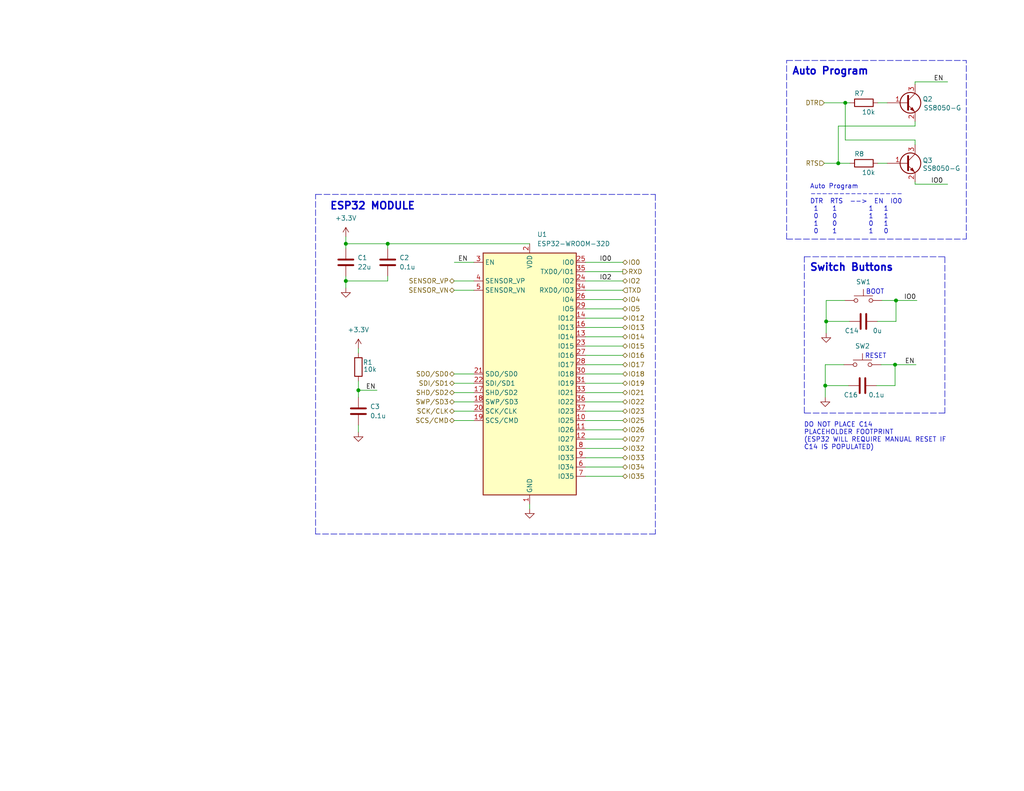
<source format=kicad_sch>
(kicad_sch (version 20211123) (generator eeschema)
  (paper "USLetter")
  (title_block (title "ESP32 WROOM Module w/ Auto Program Circuit") (date "2022-11-29") (rev "1.2"))
  (lib_symbols
    (symbol "Device:C" (pin_numbers hide) (pin_names (offset 0.254))
      (property "Reference" "C" (at 0.635 2.54 0))
      (property "Value" "C" (at 0.635 -2.54 0))
      (symbol "C_0_1"
        (polyline (pts (xy -2.032 -0.762) (xy 2.032 -0.762)) (stroke (width 0.508)))
        (polyline (pts (xy -2.032 0.762) (xy 2.032 0.762)) (stroke (width 0.508)))
      )
      (symbol "C_1_1"
        (pin passive line (at 0 3.81 270) (length 2.794) (name "~") (number "1"))
        (pin passive line (at 0 -3.81 90) (length 2.794) (name "~") (number "2"))
      )
    )
    (symbol "Device:Q_NPN_BEC" (pin_names (offset 0) hide)
      (property "Reference" "Q" (at 5.08 1.27 0))
      (property "Value" "Q_NPN_BEC" (at 5.08 -1.27 0))
      (symbol "Q_NPN_BEC_0_1"
        (polyline (pts (xy 0.635 0.635) (xy 2.54 2.54)))
        (polyline (pts (xy 0.635 -0.635) (xy 2.54 -2.54) (xy 2.54 -2.54)))
        (polyline (pts (xy 0.635 1.905) (xy 0.635 -1.905) (xy 0.635 -1.905)) (stroke (width 0.508)))
        (polyline (pts (xy 1.27 -1.778) (xy 1.778 -1.27) (xy 2.286 -2.286) (xy 1.27 -1.778) (xy 1.27 -1.778)) (fill (type outline)))
        (circle (center 1.27 0) (radius 2.8194) (stroke (width 0.254)))
      )
      (symbol "Q_NPN_BEC_1_1"
        (pin input line (at -5.08 0 0) (length 5.715) (name "B") (number "1"))
        (pin passive line (at 2.54 -5.08 90) (length 2.54) (name "E") (number "2"))
        (pin passive line (at 2.54 5.08 270) (length 2.54) (name "C") (number "3"))
      )
    )
    (symbol "Device:R" (pin_numbers hide) (pin_names (offset 0))
      (property "Reference" "R" (at 2.032 0 90))
      (property "Value" "R" (at 0 0 90))
      (symbol "R_0_1"
        (rectangle (start -1.016 -2.54) (end 1.016 2.54) (stroke (width 0.254)))
      )
      (symbol "R_1_1"
        (pin passive line (at 0 3.81 270) (length 1.27) (name "~") (number "1"))
        (pin passive line (at 0 -3.81 90) (length 1.27) (name "~") (number "2"))
      )
    )
    (symbol "RF_Module:ESP32-WROOM-32D"
      (property "Reference" "U" (at -12.7 34.29 0))
      (property "Value" "ESP32-WROOM-32D" (at 1.27 34.29 0))
      (symbol "ESP32-WROOM-32D_0_1"
        (rectangle (start -12.7 33.02) (end 12.7 -33.02) (stroke (width 0.254)) (fill (type background)))
      )
      (symbol "ESP32-WROOM-32D_1_1"
        (pin power_in line (at 0 -35.56 90) (length 2.54) (name "GND") (number "1"))
        (pin bidirectional line (at 15.24 -12.7 180) (length 2.54) (name "IO25") (number "10"))
        (pin bidirectional line (at 15.24 -15.24 180) (length 2.54) (name "IO26") (number "11"))
        (pin bidirectional line (at 15.24 -17.78 180) (length 2.54) (name "IO27") (number "12"))
        (pin bidirectional line (at 15.24 10.16 180) (length 2.54) (name "IO14") (number "13"))
        (pin bidirectional line (at 15.24 15.24 180) (length 2.54) (name "IO12") (number "14"))
        (pin passive line (at 0 -35.56 90) (length 2.54) hide (name "GND") (number "15"))
        (pin bidirectional line (at 15.24 12.7 180) (length 2.54) (name "IO13") (number "16"))
        (pin bidirectional line (at -15.24 -5.08 0) (length 2.54) (name "SHD/SD2") (number "17"))
        (pin bidirectional line (at -15.24 -7.62 0) (length 2.54) (name "SWP/SD3") (number "18"))
        (pin bidirectional line (at -15.24 -12.7 0) (length 2.54) (name "SCS/CMD") (number "19"))
        (pin power_in line (at 0 35.56 270) (length 2.54) (name "VDD") (number "2"))
        (pin bidirectional line (at -15.24 -10.16 0) (length 2.54) (name "SCK/CLK") (number "20"))
        (pin bidirectional line (at -15.24 0 0) (length 2.54) (name "SDO/SD0") (number "21"))
        (pin bidirectional line (at -15.24 -2.54 0) (length 2.54) (name "SDI/SD1") (number "22"))
        (pin bidirectional line (at 15.24 7.62 180) (length 2.54) (name "IO15") (number "23"))
        (pin bidirectional line (at 15.24 25.4 180) (length 2.54) (name "IO2") (number "24"))
        (pin bidirectional line (at 15.24 30.48 180) (length 2.54) (name "IO0") (number "25"))
        (pin bidirectional line (at 15.24 20.32 180) (length 2.54) (name "IO4") (number "26"))
        (pin bidirectional line (at 15.24 5.08 180) (length 2.54) (name "IO16") (number "27"))
        (pin bidirectional line (at 15.24 2.54 180) (length 2.54) (name "IO17") (number "28"))
        (pin bidirectional line (at 15.24 17.78 180) (length 2.54) (name "IO5") (number "29"))
        (pin input line (at -15.24 30.48 0) (length 2.54) (name "EN") (number "3"))
        (pin bidirectional line (at 15.24 0 180) (length 2.54) (name "IO18") (number "30"))
        (pin bidirectional line (at 15.24 -2.54 180) (length 2.54) (name "IO19") (number "31"))
        (pin no_connect line (at -12.7 -27.94 0) (length 2.54) hide (name "NC") (number "32"))
        (pin bidirectional line (at 15.24 -5.08 180) (length 2.54) (name "IO21") (number "33"))
        (pin bidirectional line (at 15.24 22.86 180) (length 2.54) (name "RXD0/IO3") (number "34"))
        (pin bidirectional line (at 15.24 27.94 180) (length 2.54) (name "TXD0/IO1") (number "35"))
        (pin bidirectional line (at 15.24 -7.62 180) (length 2.54) (name "IO22") (number "36"))
        (pin bidirectional line (at 15.24 -10.16 180) (length 2.54) (name "IO23") (number "37"))
        (pin passive line (at 0 -35.56 90) (length 2.54) hide (name "GND") (number "38"))
        (pin passive line (at 0 -35.56 90) (length 2.54) hide (name "GND") (number "39"))
        (pin input line (at -15.24 25.4 0) (length 2.54) (name "SENSOR_VP") (number "4"))
        (pin input line (at -15.24 22.86 0) (length 2.54) (name "SENSOR_VN") (number "5"))
        (pin input line (at 15.24 -25.4 180) (length 2.54) (name "IO34") (number "6"))
        (pin input line (at 15.24 -27.94 180) (length 2.54) (name "IO35") (number "7"))
        (pin bidirectional line (at 15.24 -20.32 180) (length 2.54) (name "IO32") (number "8"))
        (pin bidirectional line (at 15.24 -22.86 180) (length 2.54) (name "IO33") (number "9"))
      )
    )
    (symbol "Switch:SW_Push" (pin_numbers hide) (pin_names (offset 1.016) hide)
      (property "Reference" "SW" (at 1.27 2.54 0))
      (property "Value" "SW_Push" (at 0 -1.524 0))
      (symbol "SW_Push_0_1"
        (circle (center -2.032 0) (radius 0.508))
        (polyline (pts (xy 0 1.27) (xy 0 3.048)))
        (polyline (pts (xy 2.54 1.27) (xy -2.54 1.27)))
        (circle (center 2.032 0) (radius 0.508))
        (pin passive line (at -5.08 0 0) (length 2.54) (name "1") (number "1"))
        (pin passive line (at 5.08 0 180) (length 2.54) (name "2") (number "2"))
      )
    )
    (symbol "power:+3.3V" (power) (pin_names (offset 0))
      (property "Value" "+3.3V" (at 0 3.556 0))
      (symbol "+3.3V_0_1"
        (polyline (pts (xy -0.762 1.27) (xy 0 2.54)))
        (polyline (pts (xy 0 0) (xy 0 2.54)))
        (polyline (pts (xy 0 2.54) (xy 0.762 1.27)))
      )
      (symbol "+3.3V_1_1"
        (pin power_in line (at 0 0 90) (length 0) hide (name "+3.3V") (number "1"))
      )
    )
    (symbol "power:GND" (power) (pin_names (offset 0))
      (property "Value" "GND" (at 0 -3.81 0))
      (symbol "GND_0_1"
        (polyline (pts (xy 0 0) (xy 0 -1.27) (xy 1.27 -1.27) (xy 0 -2.54) (xy -1.27 -1.27) (xy 0 -1.27)))
      )
      (symbol "GND_1_1"
        (pin power_in line (at 0 0 270) (length 0) hide (name "GND") (number "1"))
      )
    )
  )
  (junction (at 225.425 87.757))
  (junction (at 105.791 66.548))
  (junction (at 94.361 66.548))
  (junction (at 244.475 82.042))
  (junction (at 244.221 99.568))
  (junction (at 225.171 105.283))
  (junction (at 228.727 44.577))
  (junction (at 97.79 106.553))
  (junction (at 94.361 76.708))
  (junction (at 230.632 28.067))
  (wire (pts (xy 225.171 105.283) (xy 231.521 105.283)))
  (wire (pts (xy 249.682 34.417) (xy 228.727 34.417)))
  (polyline (pts (xy 86.106 145.796) (xy 86.106 53.086)))
  (wire (pts (xy 224.917 44.577) (xy 228.727 44.577)))
  (wire (pts (xy 244.475 82.042) (xy 250.19 82.042)))
  (wire (pts (xy 159.766 74.168) (xy 169.926 74.168)))
  (wire (pts (xy 159.766 71.628) (xy 169.926 71.628)))
  (polyline (pts (xy 214.63 65.278) (xy 263.652 65.278)))
  (wire (pts (xy 239.395 87.757) (xy 244.475 87.757)))
  (wire (pts (xy 228.727 44.577) (xy 231.902 44.577)))
  (wire (pts (xy 159.766 119.888) (xy 169.926 119.888)))
  (wire (pts (xy 225.425 87.757) (xy 225.425 90.932)))
  (wire (pts (xy 159.766 122.428) (xy 169.926 122.428)))
  (wire (pts (xy 129.286 112.268) (xy 123.952 112.268)))
  (polyline (pts (xy 219.456 112.776) (xy 219.456 70.104)))
  (wire (pts (xy 225.425 82.042) (xy 225.425 87.757)))
  (wire (pts (xy 94.361 75.438) (xy 94.361 76.708)))
  (wire (pts (xy 225.425 87.757) (xy 231.775 87.757)))
  (wire (pts (xy 249.682 22.987) (xy 249.682 22.352)))
  (wire (pts (xy 249.682 50.292) (xy 258.572 50.292)))
  (wire (pts (xy 97.79 106.553) (xy 97.79 108.458)))
  (wire (pts (xy 159.766 130.048) (xy 169.926 130.048)))
  (wire (pts (xy 144.526 137.668) (xy 144.526 138.938)))
  (wire (pts (xy 94.361 76.708) (xy 94.361 78.613)))
  (wire (pts (xy 159.766 112.268) (xy 169.926 112.268)))
  (wire (pts (xy 159.766 81.788) (xy 169.926 81.788)))
  (wire (pts (xy 239.522 28.067) (xy 242.062 28.067)))
  (wire (pts (xy 105.791 66.548) (xy 144.526 66.548)))
  (wire (pts (xy 230.632 28.067) (xy 231.902 28.067)))
  (wire (pts (xy 230.505 82.042) (xy 225.425 82.042)))
  (polyline (pts (xy 257.81 112.776) (xy 219.456 112.776)))
  (wire (pts (xy 224.917 28.067) (xy 230.632 28.067)))
  (wire (pts (xy 240.411 99.568) (xy 244.221 99.568)))
  (polyline (pts (xy 214.63 16.51) (xy 263.652 16.51)))
  (polyline (pts (xy 178.816 145.796) (xy 86.106 145.796)))
  (wire (pts (xy 159.766 89.408) (xy 169.926 89.408)))
  (wire (pts (xy 159.766 107.188) (xy 169.926 107.188)))
  (wire (pts (xy 225.171 99.568) (xy 225.171 105.283)))
  (wire (pts (xy 97.79 116.078) (xy 97.79 117.983)))
  (wire (pts (xy 159.766 91.948) (xy 169.926 91.948)))
  (wire (pts (xy 129.286 104.648) (xy 123.952 104.648)))
  (wire (pts (xy 249.682 49.657) (xy 249.682 50.292)))
  (wire (pts (xy 159.766 104.648) (xy 169.926 104.648)))
  (wire (pts (xy 159.766 86.868) (xy 169.926 86.868)))
  (wire (pts (xy 129.286 107.188) (xy 123.952 107.188)))
  (wire (pts (xy 129.286 79.248) (xy 123.952 79.248)))
  (wire (pts (xy 129.286 109.728) (xy 123.952 109.728)))
  (wire (pts (xy 97.79 104.013) (xy 97.79 106.553)))
  (wire (pts (xy 159.766 97.028) (xy 169.926 97.028)))
  (polyline (pts (xy 178.816 53.086) (xy 178.816 145.796)))
  (wire (pts (xy 228.727 34.417) (xy 228.727 44.577)))
  (wire (pts (xy 94.361 67.818) (xy 94.361 66.548)))
  (wire (pts (xy 244.475 87.757) (xy 244.475 82.042)))
  (polyline (pts (xy 219.456 70.104) (xy 257.81 70.104)))
  (wire (pts (xy 249.682 38.227) (xy 230.632 38.227)))
  (wire (pts (xy 97.79 106.553) (xy 102.87 106.553)))
  (wire (pts (xy 230.632 28.067) (xy 230.632 38.227)))
  (wire (pts (xy 94.361 64.643) (xy 94.361 66.548)))
  (wire (pts (xy 225.171 105.283) (xy 225.171 108.458)))
  (wire (pts (xy 159.766 84.328) (xy 169.926 84.328)))
  (wire (pts (xy 123.952 71.628) (xy 129.286 71.628)))
  (wire (pts (xy 159.766 99.568) (xy 169.926 99.568)))
  (wire (pts (xy 105.791 76.708) (xy 105.791 75.438)))
  (wire (pts (xy 159.766 109.728) (xy 169.926 109.728)))
  (wire (pts (xy 159.766 124.968) (xy 169.926 124.968)))
  (wire (pts (xy 129.286 102.108) (xy 123.952 102.108)))
  (wire (pts (xy 159.766 94.488) (xy 169.926 94.488)))
  (wire (pts (xy 97.79 95.123) (xy 97.79 96.393)))
  (wire (pts (xy 244.221 99.568) (xy 249.936 99.568)))
  (wire (pts (xy 240.665 82.042) (xy 244.475 82.042)))
  (polyline (pts (xy 257.81 70.104) (xy 257.81 112.776)))
  (polyline (pts (xy 263.652 65.278) (xy 263.652 16.51)))
  (polyline (pts (xy 214.63 65.278) (xy 214.63 16.51)))
  (wire (pts (xy 94.361 66.548) (xy 105.791 66.548)))
  (wire (pts (xy 249.682 33.147) (xy 249.682 34.417)))
  (wire (pts (xy 249.682 22.352) (xy 258.572 22.352)))
  (wire (pts (xy 230.251 99.568) (xy 225.171 99.568)))
  (wire (pts (xy 159.766 102.108) (xy 169.926 102.108)))
  (wire (pts (xy 244.221 105.283) (xy 244.221 99.568)))
  (wire (pts (xy 159.766 76.708) (xy 169.926 76.708)))
  (wire (pts (xy 123.952 76.708) (xy 129.286 76.708)))
  (wire (pts (xy 129.286 114.808) (xy 123.952 114.808)))
  (wire (pts (xy 105.791 66.548) (xy 105.791 67.818)))
  (wire (pts (xy 159.766 127.508) (xy 169.926 127.508)))
  (wire (pts (xy 249.682 39.497) (xy 249.682 38.227)))
  (wire (pts (xy 94.361 76.708) (xy 105.791 76.708)))
  (polyline (pts (xy 86.106 53.086) (xy 178.816 53.086)))
  (wire (pts (xy 239.141 105.283) (xy 244.221 105.283)))
  (wire (pts (xy 239.522 44.577) (xy 242.062 44.577)))
  (wire (pts (xy 159.766 114.808) (xy 169.926 114.808)))
  (wire (pts (xy 159.766 79.248) (xy 169.926 79.248)))
  (wire (pts (xy 159.766 117.348) (xy 169.926 117.348)))
  (text "Switch Buttons" (at 220.853 74.295 0) (effects (font (size 2 2) (thickness 0.4) bold) (justify left bottom)))
  (text "ESP32 MODULE" (at 89.916 57.531 0) (effects (font (size 2 2) (thickness 0.4) bold) (justify left bottom)))
  (text "BOOT" (at 236.22 80.518 0) (effects (font (size 1.27 1.27)) (justify left bottom)))
  (text "RESET" (at 235.966 98.044 0) (effects (font (size 1.27 1.27)) (justify left bottom)))
  (text "Auto Program\n----------------\nDTR  RTS  -->  EN  IO0\n 1    1         1   1\n 0    0         1   1\n 1    0         0   1\n 0    1         1   0" (at 220.98 64.008 0) (effects (font (size 1.27 1.27)) (justify left bottom)))
  (text "DO NOT PLACE C14\nPLACEHOLDER FOOTPRINT\n(ESP32 WILL REQUIRE MANUAL RESET IF \nC14 IS POPULATED)" (at 219.329 122.936 0) (effects (font (size 1.27 1.27)) (justify left bottom)))
  (text "Auto Program" (at 216.027 20.701 0) (effects (font (size 2 2) (thickness 0.4) bold) (justify left bottom)))
  (label "EN" (at 99.822 106.553 0))
  (label "IO0" (at 163.576 71.628 0))
  (label "EN" (at 254.762 22.352 0))
  (label "EN" (at 246.888 99.568 0))
  (label "IO0" (at 254 50.292 0))
  (label "EN" (at 124.968 71.628 0))
  (label "IO0" (at 246.634 82.042 0))
  (label "IO2" (at 163.576 76.708 0))
  (hierarchical_label "IO35" (shape bidirectional) (at 169.926 130.048 0))
  (hierarchical_label "IO2" (shape bidirectional) (at 169.926 76.708 0))
  (hierarchical_label "IO25" (shape bidirectional) (at 169.926 114.808 0))
  (hierarchical_label "RTS" (shape input) (at 224.917 44.577 180))
  (hierarchical_label "IO16" (shape bidirectional) (at 169.926 97.028 0))
  (hierarchical_label "IO22" (shape bidirectional) (at 169.926 109.728 0))
  (hierarchical_label "IO26" (shape bidirectional) (at 169.926 117.348 0))
  (hierarchical_label "IO27" (shape bidirectional) (at 169.926 119.888 0))
  (hierarchical_label "IO15" (shape bidirectional) (at 169.926 94.488 0))
  (hierarchical_label "IO4" (shape bidirectional) (at 169.926 81.788 0))
  (hierarchical_label "SDI{slash}SD1" (shape bidirectional) (at 123.952 104.648 180))
  (hierarchical_label "SDO{slash}SD0" (shape bidirectional) (at 123.952 102.108 180))
  (hierarchical_label "TXD" (shape input) (at 169.926 79.248 0))
  (hierarchical_label "SENSOR_VP" (shape bidirectional) (at 123.952 76.708 180))
  (hierarchical_label "IO34" (shape bidirectional) (at 169.926 127.508 0))
  (hierarchical_label "IO17" (shape bidirectional) (at 169.926 99.568 0))
  (hierarchical_label "IO21" (shape bidirectional) (at 169.926 107.188 0))
  (hierarchical_label "IO12" (shape bidirectional) (at 169.926 86.868 0))
  (hierarchical_label "IO23" (shape bidirectional) (at 169.926 112.268 0))
  (hierarchical_label "SCS{slash}CMD" (shape bidirectional) (at 123.952 114.808 180))
  (hierarchical_label "IO32" (shape bidirectional) (at 169.926 122.428 0))
  (hierarchical_label "RXD" (shape output) (at 169.926 74.168 0))
  (hierarchical_label "IO13" (shape bidirectional) (at 169.926 89.408 0))
  (hierarchical_label "IO5" (shape bidirectional) (at 169.926 84.328 0))
  (hierarchical_label "IO33" (shape bidirectional) (at 169.926 124.968 0))
  (hierarchical_label "SCK{slash}CLK" (shape bidirectional) (at 123.952 112.268 180))
  (hierarchical_label "SENSOR_VN" (shape bidirectional) (at 123.952 79.248 180))
  (hierarchical_label "IO19" (shape bidirectional) (at 169.926 104.648 0))
  (hierarchical_label "DTR" (shape input) (at 224.917 28.067 180))
  (hierarchical_label "SHD{slash}SD2" (shape bidirectional) (at 123.952 107.188 180))
  (hierarchical_label "IO14" (shape bidirectional) (at 169.926 91.948 0))
  (hierarchical_label "IO0" (shape bidirectional) (at 169.926 71.628 0))
  (hierarchical_label "IO18" (shape bidirectional) (at 169.926 102.108 0))
  (hierarchical_label "SWP{slash}SD3" (shape bidirectional) (at 123.952 109.728 180))
  (symbol (lib_id "power:+3.3V") (at 94.361 64.643 0) (unit 1)
    (property "Reference" "#PWR0113" (effects hide))
    (property "Value" "+3.3V" (at 94.361 59.563 0))
  )
  (symbol (lib_id "Device:C") (at 235.585 87.757 90) (unit 1)
    (property "Reference" "C14" (at 232.41 90.297 90))
    (property "Value" "0u" (at 239.395 90.297 90))
    (property "Footprint" "Capacitor_SMD:C_0603_1608Metric" (effects hide))
  )
  (symbol (lib_id "RF_Module:ESP32-WROOM-32D") (at 144.526 102.108 0) (unit 1)
    (property "Reference" "U1" (at 146.5454 64.008 0) (effects (justify left)))
    (property "Value" "ESP32-WROOM-32D" (at 146.5454 66.548 0) (effects (justify left)))
    (property "Footprint" "RF_Module:ESP32-WROOM-32" (effects hide))
    (property "Datasheet" "https://www.espressif.com/sites/default/files/documentation/esp32-wroom-32d_esp32-wroom-32u_datasheet_en.pdf" (effects hide))
  )
  (symbol (lib_id "Switch:SW_Push") (at 235.585 82.042 0) (unit 1)
    (property "Reference" "SW1" (at 235.585 76.962 0))
    (property "Value" "SW_Push" (effects hide))
    (property "Footprint" "Button_Switch_SMD:SW_SPST_B3U-1000P" (effects hide))
  )
  (symbol (lib_id "Device:C") (at 94.361 71.628 0) (unit 1)
    (property "Reference" "C1" (at 97.536 70.3579 0) (effects (justify left)))
    (property "Value" "22u" (at 97.536 72.8979 0) (effects (justify left)))
    (property "Footprint" "Capacitor_SMD:C_0805_2012Metric" (effects hide))
  )
  (symbol (lib_id "Device:R") (at 97.79 100.203 0) (unit 1)
    (property "Reference" "R1" (at 100.33 98.933 0))
    (property "Value" "10k" (at 100.965 100.838 0))
    (property "Footprint" "Resistor_SMD:R_0603_1608Metric" (effects hide))
  )
  (symbol (lib_id "power:GND") (at 97.79 117.983 0) (unit 1)
    (property "Reference" "#PWR0114" (effects hide))
    (property "Value" "GND" (effects hide))
  )
  (symbol (lib_id "Device:C") (at 105.791 71.628 0) (unit 1)
    (property "Reference" "C2" (at 108.966 70.3579 0) (effects (justify left)))
    (property "Value" "0.1u" (at 108.966 72.8979 0) (effects (justify left)))
    (property "Footprint" "Capacitor_SMD:C_0603_1608Metric" (effects hide))
  )
  (symbol (lib_id "power:+3.3V") (at 97.79 95.123 0) (unit 1)
    (property "Reference" "#PWR0115" (effects hide))
    (property "Value" "+3.3V" (at 97.79 90.043 0))
  )
  (symbol (lib_id "Switch:SW_Push") (at 235.331 99.568 0) (unit 1)
    (property "Reference" "SW2" (at 235.331 94.488 0))
    (property "Value" "SW_Push" (effects hide))
    (property "Footprint" "Button_Switch_SMD:SW_SPST_B3U-1000P" (effects hide))
  )
  (symbol (lib_id "Device:C") (at 235.331 105.283 90) (unit 1)
    (property "Reference" "C16" (at 232.156 107.823 90))
    (property "Value" "0.1u" (at 239.141 107.823 90))
    (property "Footprint" "Capacitor_SMD:C_0603_1608Metric" (effects hide))
  )
  (symbol (lib_id "Device:Q_NPN_BEC") (at 247.142 28.067 0) (unit 1)
    (property "Reference" "Q2" (at 251.714 27.0509 0) (effects (justify left)))
    (property "Value" "SS8050-G" (at 251.968 29.464 0) (effects (justify left)))
    (property "Footprint" "Package_TO_SOT_SMD:SOT-23" (effects hide))
    (property "Datasheet" "https://www.comchiptech.com/admin/files/product/SS8050-G%20RevA181526.pdf" (effects hide))
  )
  (symbol (lib_id "Device:Q_NPN_BEC") (at 247.142 44.577 0) (unit 1)
    (property "Reference" "Q3" (at 251.714 43.8149 0) (effects (justify left)))
    (property "Value" "SS8050-G" (at 251.714 45.974 0) (effects (justify left)))
    (property "Footprint" "Package_TO_SOT_SMD:SOT-23" (effects hide))
    (property "Datasheet" "https://www.comchiptech.com/admin/files/product/SS8050-G%20RevA181526.pdf" (effects hide))
  )
  (symbol (lib_id "power:GND") (at 144.526 138.938 0) (unit 1)
    (property "Reference" "#PWR0110" (effects hide))
    (property "Value" "GND" (effects hide))
  )
  (symbol (lib_id "power:GND") (at 225.171 108.458 0) (unit 1)
    (property "Reference" "#PWR0116" (effects hide))
    (property "Value" "GND" (effects hide))
  )
  (symbol (lib_id "Device:R") (at 235.712 44.577 270) (unit 1)
    (property "Reference" "R8" (at 234.442 42.037 90))
    (property "Value" "10k" (at 236.982 47.117 90))
    (property "Footprint" "Resistor_SMD:R_0603_1608Metric" (effects hide))
  )
  (symbol (lib_id "power:GND") (at 225.425 90.932 0) (unit 1)
    (property "Reference" "#PWR0117" (effects hide))
    (property "Value" "GND" (effects hide))
  )
  (symbol (lib_id "power:GND") (at 94.361 78.613 0) (unit 1)
    (property "Reference" "#PWR0112" (effects hide))
    (property "Value" "GND" (effects hide))
  )
  (symbol (lib_id "Device:R") (at 235.712 28.067 90) (unit 1)
    (property "Reference" "R7" (at 234.442 25.527 90))
    (property "Value" "10k" (at 236.982 30.607 90))
    (property "Footprint" "Resistor_SMD:R_0603_1608Metric" (effects hide))
  )
  (symbol (lib_id "Device:C") (at 97.79 112.268 0) (unit 1)
    (property "Reference" "C3" (at 100.965 110.9979 0) (effects (justify left)))
    (property "Value" "0.1u" (at 100.965 113.5379 0) (effects (justify left)))
    (property "Footprint" "Capacitor_SMD:C_0603_1608Metric" (effects hide))
  )
)
</source>
